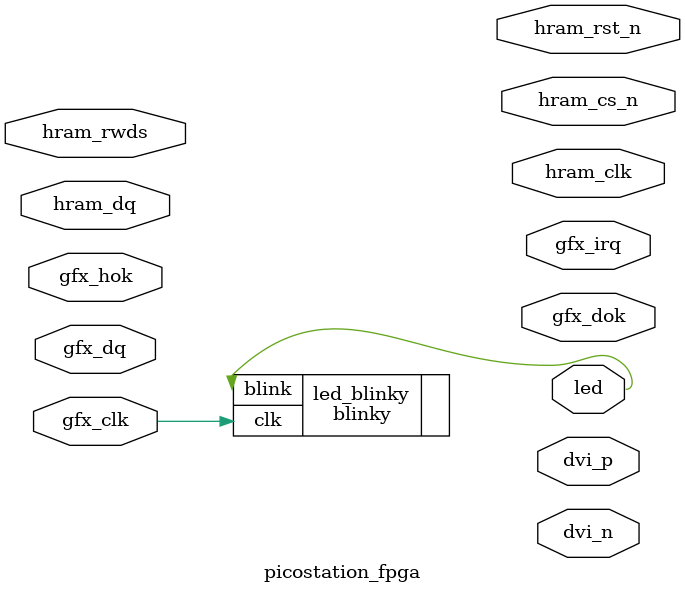
<source format=v>
`default_nettype none

module picostation_fpga (
	// Graphics parallel bus from host (note gfx_clk is also our primary clock input)
	input  wire       gfx_clk,
	input  wire       gfx_hok,
	output wire       gfx_dok,
	output wire       gfx_irq,
	inout  wire [7:0] gfx_dq,

	output wire       led,

	// HyperRAM directly connected to FPGA
	output wire       hram_clk,
	output wire       hram_cs_n,
	output wire       hram_rst_n,
	inout  wire       hram_rwds,
	inout  wire [7:0] hram_dq,

	// DVI-D connected directly to HDMI socket. Lane order {CK, D2, D1, D0}
	output wire [3:0] dvi_p,
	output wire [3:0] dvi_n
);

blinky #(
	.CLK_HZ (25_200_000),
	.BLINK_HZ (1)
) led_blinky (
	.clk   (gfx_clk),
	.blink (led)
);

endmodule

</source>
